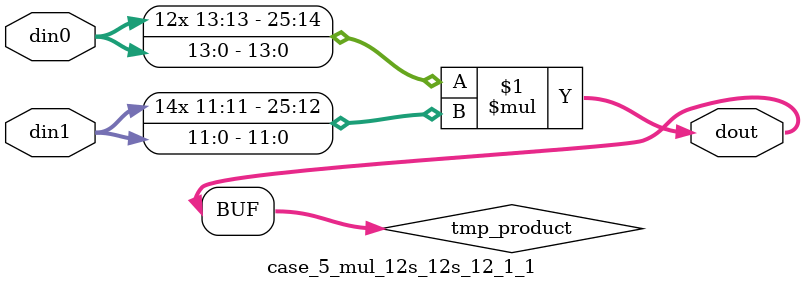
<source format=v>

`timescale 1 ns / 1 ps

 module case_5_mul_12s_12s_12_1_1(din0, din1, dout);
parameter ID = 1;
parameter NUM_STAGE = 0;
parameter din0_WIDTH = 14;
parameter din1_WIDTH = 12;
parameter dout_WIDTH = 26;

input [din0_WIDTH - 1 : 0] din0; 
input [din1_WIDTH - 1 : 0] din1; 
output [dout_WIDTH - 1 : 0] dout;

wire signed [dout_WIDTH - 1 : 0] tmp_product;



























assign tmp_product = $signed(din0) * $signed(din1);








assign dout = tmp_product;





















endmodule

</source>
